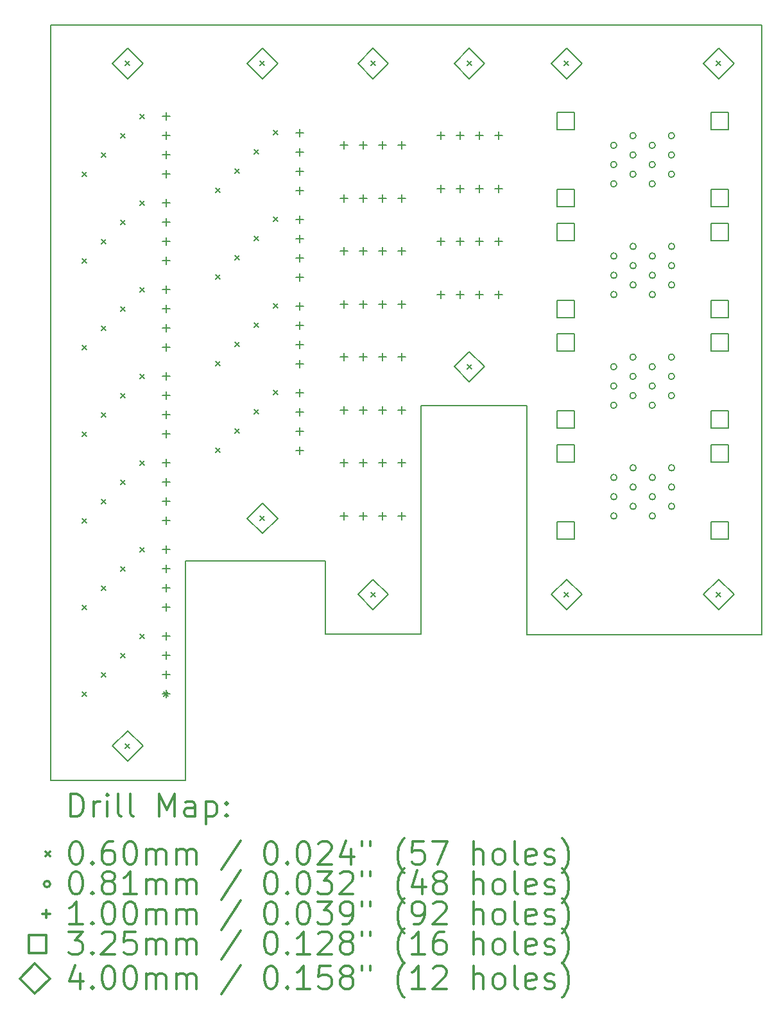
<source format=gbr>
%FSLAX45Y45*%
G04 Gerber Fmt 4.5, Leading zero omitted, Abs format (unit mm)*
G04 Created by KiCad (PCBNEW 4.0.5+dfsg1-4) date Tue Nov 20 18:09:06 2018*
%MOMM*%
%LPD*%
G01*
G04 APERTURE LIST*
%ADD10C,0.127000*%
%ADD11C,0.150000*%
%ADD12C,0.200000*%
%ADD13C,0.300000*%
G04 APERTURE END LIST*
D10*
D11*
X10414000Y-14668500D02*
X8636000Y-14668500D01*
X10414000Y-11766550D02*
X10414000Y-14668500D01*
X12261850Y-11766550D02*
X10414000Y-11766550D01*
X12261850Y-12731750D02*
X12261850Y-11766550D01*
X13525500Y-12731750D02*
X12261850Y-12731750D01*
X13525500Y-9721850D02*
X13525500Y-12731750D01*
X14922500Y-9721850D02*
X13525500Y-9721850D01*
X14922500Y-12744450D02*
X14922500Y-9721850D01*
X18021300Y-12744450D02*
X14922500Y-12744450D01*
X18021300Y-4699000D02*
X18021300Y-12744450D01*
X17970500Y-4699000D02*
X18021300Y-4699000D01*
X17970500Y-4699000D02*
X8636000Y-4699000D01*
X8636000Y-14668500D02*
X8636000Y-4699000D01*
D12*
X9050500Y-6637500D02*
X9110500Y-6697500D01*
X9110500Y-6637500D02*
X9050500Y-6697500D01*
X9050500Y-7780500D02*
X9110500Y-7840500D01*
X9110500Y-7780500D02*
X9050500Y-7840500D01*
X9050500Y-8923500D02*
X9110500Y-8983500D01*
X9110500Y-8923500D02*
X9050500Y-8983500D01*
X9050500Y-10066500D02*
X9110500Y-10126500D01*
X9110500Y-10066500D02*
X9050500Y-10126500D01*
X9050500Y-11209500D02*
X9110500Y-11269500D01*
X9110500Y-11209500D02*
X9050500Y-11269500D01*
X9050500Y-12352500D02*
X9110500Y-12412500D01*
X9110500Y-12352500D02*
X9050500Y-12412500D01*
X9050500Y-13495500D02*
X9110500Y-13555500D01*
X9110500Y-13495500D02*
X9050500Y-13555500D01*
X9304500Y-6383500D02*
X9364500Y-6443500D01*
X9364500Y-6383500D02*
X9304500Y-6443500D01*
X9304500Y-7526500D02*
X9364500Y-7586500D01*
X9364500Y-7526500D02*
X9304500Y-7586500D01*
X9304500Y-8669500D02*
X9364500Y-8729500D01*
X9364500Y-8669500D02*
X9304500Y-8729500D01*
X9304500Y-9812500D02*
X9364500Y-9872500D01*
X9364500Y-9812500D02*
X9304500Y-9872500D01*
X9304500Y-10955500D02*
X9364500Y-11015500D01*
X9364500Y-10955500D02*
X9304500Y-11015500D01*
X9304500Y-12098500D02*
X9364500Y-12158500D01*
X9364500Y-12098500D02*
X9304500Y-12158500D01*
X9304500Y-13241500D02*
X9364500Y-13301500D01*
X9364500Y-13241500D02*
X9304500Y-13301500D01*
X9558500Y-6129500D02*
X9618500Y-6189500D01*
X9618500Y-6129500D02*
X9558500Y-6189500D01*
X9558500Y-7272500D02*
X9618500Y-7332500D01*
X9618500Y-7272500D02*
X9558500Y-7332500D01*
X9558500Y-8415500D02*
X9618500Y-8475500D01*
X9618500Y-8415500D02*
X9558500Y-8475500D01*
X9558500Y-9558500D02*
X9618500Y-9618500D01*
X9618500Y-9558500D02*
X9558500Y-9618500D01*
X9558500Y-10701500D02*
X9618500Y-10761500D01*
X9618500Y-10701500D02*
X9558500Y-10761500D01*
X9558500Y-11844500D02*
X9618500Y-11904500D01*
X9618500Y-11844500D02*
X9558500Y-11904500D01*
X9558500Y-12987500D02*
X9618500Y-13047500D01*
X9618500Y-12987500D02*
X9558500Y-13047500D01*
X9622000Y-5177000D02*
X9682000Y-5237000D01*
X9682000Y-5177000D02*
X9622000Y-5237000D01*
X9622000Y-14181300D02*
X9682000Y-14241300D01*
X9682000Y-14181300D02*
X9622000Y-14241300D01*
X9812500Y-5875500D02*
X9872500Y-5935500D01*
X9872500Y-5875500D02*
X9812500Y-5935500D01*
X9812500Y-7018500D02*
X9872500Y-7078500D01*
X9872500Y-7018500D02*
X9812500Y-7078500D01*
X9812500Y-8161500D02*
X9872500Y-8221500D01*
X9872500Y-8161500D02*
X9812500Y-8221500D01*
X9812500Y-9304500D02*
X9872500Y-9364500D01*
X9872500Y-9304500D02*
X9812500Y-9364500D01*
X9812500Y-10447500D02*
X9872500Y-10507500D01*
X9872500Y-10447500D02*
X9812500Y-10507500D01*
X9812500Y-11590500D02*
X9872500Y-11650500D01*
X9872500Y-11590500D02*
X9812500Y-11650500D01*
X9812500Y-12733500D02*
X9872500Y-12793500D01*
X9872500Y-12733500D02*
X9812500Y-12793500D01*
X10130000Y-13495500D02*
X10190000Y-13555500D01*
X10190000Y-13495500D02*
X10130000Y-13555500D01*
X10815800Y-6853400D02*
X10875800Y-6913400D01*
X10875800Y-6853400D02*
X10815800Y-6913400D01*
X10815800Y-7996400D02*
X10875800Y-8056400D01*
X10875800Y-7996400D02*
X10815800Y-8056400D01*
X10815800Y-9139400D02*
X10875800Y-9199400D01*
X10875800Y-9139400D02*
X10815800Y-9199400D01*
X10815800Y-10282400D02*
X10875800Y-10342400D01*
X10875800Y-10282400D02*
X10815800Y-10342400D01*
X11069800Y-6599400D02*
X11129800Y-6659400D01*
X11129800Y-6599400D02*
X11069800Y-6659400D01*
X11069800Y-7742400D02*
X11129800Y-7802400D01*
X11129800Y-7742400D02*
X11069800Y-7802400D01*
X11069800Y-8885400D02*
X11129800Y-8945400D01*
X11129800Y-8885400D02*
X11069800Y-8945400D01*
X11069800Y-10028400D02*
X11129800Y-10088400D01*
X11129800Y-10028400D02*
X11069800Y-10088400D01*
X11323800Y-6345400D02*
X11383800Y-6405400D01*
X11383800Y-6345400D02*
X11323800Y-6405400D01*
X11323800Y-7488400D02*
X11383800Y-7548400D01*
X11383800Y-7488400D02*
X11323800Y-7548400D01*
X11323800Y-8631400D02*
X11383800Y-8691400D01*
X11383800Y-8631400D02*
X11323800Y-8691400D01*
X11323800Y-9774400D02*
X11383800Y-9834400D01*
X11383800Y-9774400D02*
X11323800Y-9834400D01*
X11400000Y-5177000D02*
X11460000Y-5237000D01*
X11460000Y-5177000D02*
X11400000Y-5237000D01*
X11400000Y-11177750D02*
X11460000Y-11237750D01*
X11460000Y-11177750D02*
X11400000Y-11237750D01*
X11577800Y-6091400D02*
X11637800Y-6151400D01*
X11637800Y-6091400D02*
X11577800Y-6151400D01*
X11577800Y-7234400D02*
X11637800Y-7294400D01*
X11637800Y-7234400D02*
X11577800Y-7294400D01*
X11577800Y-8377400D02*
X11637800Y-8437400D01*
X11637800Y-8377400D02*
X11577800Y-8437400D01*
X11577800Y-9520400D02*
X11637800Y-9580400D01*
X11637800Y-9520400D02*
X11577800Y-9580400D01*
X12860500Y-5177000D02*
X12920500Y-5237000D01*
X12920500Y-5177000D02*
X12860500Y-5237000D01*
X12860500Y-12181050D02*
X12920500Y-12241050D01*
X12920500Y-12181050D02*
X12860500Y-12241050D01*
X14130500Y-5177000D02*
X14190500Y-5237000D01*
X14190500Y-5177000D02*
X14130500Y-5237000D01*
X14130500Y-9177500D02*
X14190500Y-9237500D01*
X14190500Y-9177500D02*
X14130500Y-9237500D01*
X15413200Y-5177000D02*
X15473200Y-5237000D01*
X15473200Y-5177000D02*
X15413200Y-5237000D01*
X15413200Y-12181050D02*
X15473200Y-12241050D01*
X15473200Y-12181050D02*
X15413200Y-12241050D01*
X17419800Y-5177000D02*
X17479800Y-5237000D01*
X17479800Y-5177000D02*
X17419800Y-5237000D01*
X17419800Y-12181050D02*
X17479800Y-12241050D01*
X17479800Y-12181050D02*
X17419800Y-12241050D01*
X16106140Y-6286500D02*
G75*
G03X16106140Y-6286500I-40640J0D01*
G01*
X16106140Y-6540500D02*
G75*
G03X16106140Y-6540500I-40640J0D01*
G01*
X16106140Y-6794500D02*
G75*
G03X16106140Y-6794500I-40640J0D01*
G01*
X16106140Y-7747000D02*
G75*
G03X16106140Y-7747000I-40640J0D01*
G01*
X16106140Y-8001000D02*
G75*
G03X16106140Y-8001000I-40640J0D01*
G01*
X16106140Y-8255000D02*
G75*
G03X16106140Y-8255000I-40640J0D01*
G01*
X16106140Y-9207500D02*
G75*
G03X16106140Y-9207500I-40640J0D01*
G01*
X16106140Y-9461500D02*
G75*
G03X16106140Y-9461500I-40640J0D01*
G01*
X16106140Y-9715500D02*
G75*
G03X16106140Y-9715500I-40640J0D01*
G01*
X16106140Y-10668000D02*
G75*
G03X16106140Y-10668000I-40640J0D01*
G01*
X16106140Y-10922000D02*
G75*
G03X16106140Y-10922000I-40640J0D01*
G01*
X16106140Y-11176000D02*
G75*
G03X16106140Y-11176000I-40640J0D01*
G01*
X16360140Y-6159500D02*
G75*
G03X16360140Y-6159500I-40640J0D01*
G01*
X16360140Y-6413500D02*
G75*
G03X16360140Y-6413500I-40640J0D01*
G01*
X16360140Y-6667500D02*
G75*
G03X16360140Y-6667500I-40640J0D01*
G01*
X16360140Y-7620000D02*
G75*
G03X16360140Y-7620000I-40640J0D01*
G01*
X16360140Y-7874000D02*
G75*
G03X16360140Y-7874000I-40640J0D01*
G01*
X16360140Y-8128000D02*
G75*
G03X16360140Y-8128000I-40640J0D01*
G01*
X16360140Y-9080500D02*
G75*
G03X16360140Y-9080500I-40640J0D01*
G01*
X16360140Y-9334500D02*
G75*
G03X16360140Y-9334500I-40640J0D01*
G01*
X16360140Y-9588500D02*
G75*
G03X16360140Y-9588500I-40640J0D01*
G01*
X16360140Y-10541000D02*
G75*
G03X16360140Y-10541000I-40640J0D01*
G01*
X16360140Y-10795000D02*
G75*
G03X16360140Y-10795000I-40640J0D01*
G01*
X16360140Y-11049000D02*
G75*
G03X16360140Y-11049000I-40640J0D01*
G01*
X16614140Y-6286500D02*
G75*
G03X16614140Y-6286500I-40640J0D01*
G01*
X16614140Y-6540500D02*
G75*
G03X16614140Y-6540500I-40640J0D01*
G01*
X16614140Y-6794500D02*
G75*
G03X16614140Y-6794500I-40640J0D01*
G01*
X16614140Y-7747000D02*
G75*
G03X16614140Y-7747000I-40640J0D01*
G01*
X16614140Y-8001000D02*
G75*
G03X16614140Y-8001000I-40640J0D01*
G01*
X16614140Y-8255000D02*
G75*
G03X16614140Y-8255000I-40640J0D01*
G01*
X16614140Y-9207500D02*
G75*
G03X16614140Y-9207500I-40640J0D01*
G01*
X16614140Y-9461500D02*
G75*
G03X16614140Y-9461500I-40640J0D01*
G01*
X16614140Y-9715500D02*
G75*
G03X16614140Y-9715500I-40640J0D01*
G01*
X16614140Y-10668000D02*
G75*
G03X16614140Y-10668000I-40640J0D01*
G01*
X16614140Y-10922000D02*
G75*
G03X16614140Y-10922000I-40640J0D01*
G01*
X16614140Y-11176000D02*
G75*
G03X16614140Y-11176000I-40640J0D01*
G01*
X16868140Y-6159500D02*
G75*
G03X16868140Y-6159500I-40640J0D01*
G01*
X16868140Y-6413500D02*
G75*
G03X16868140Y-6413500I-40640J0D01*
G01*
X16868140Y-6667500D02*
G75*
G03X16868140Y-6667500I-40640J0D01*
G01*
X16868140Y-7620000D02*
G75*
G03X16868140Y-7620000I-40640J0D01*
G01*
X16868140Y-7874000D02*
G75*
G03X16868140Y-7874000I-40640J0D01*
G01*
X16868140Y-8128000D02*
G75*
G03X16868140Y-8128000I-40640J0D01*
G01*
X16868140Y-9080500D02*
G75*
G03X16868140Y-9080500I-40640J0D01*
G01*
X16868140Y-9334500D02*
G75*
G03X16868140Y-9334500I-40640J0D01*
G01*
X16868140Y-9588500D02*
G75*
G03X16868140Y-9588500I-40640J0D01*
G01*
X16868140Y-10541000D02*
G75*
G03X16868140Y-10541000I-40640J0D01*
G01*
X16868140Y-10795000D02*
G75*
G03X16868140Y-10795000I-40640J0D01*
G01*
X16868140Y-11049000D02*
G75*
G03X16868140Y-11049000I-40640J0D01*
G01*
X10160000Y-5855462D02*
X10160000Y-5955538D01*
X10109962Y-5905500D02*
X10210038Y-5905500D01*
X10160000Y-6109462D02*
X10160000Y-6209538D01*
X10109962Y-6159500D02*
X10210038Y-6159500D01*
X10160000Y-6363462D02*
X10160000Y-6463538D01*
X10109962Y-6413500D02*
X10210038Y-6413500D01*
X10160000Y-6617462D02*
X10160000Y-6717538D01*
X10109962Y-6667500D02*
X10210038Y-6667500D01*
X10160000Y-6998462D02*
X10160000Y-7098538D01*
X10109962Y-7048500D02*
X10210038Y-7048500D01*
X10160000Y-7252462D02*
X10160000Y-7352538D01*
X10109962Y-7302500D02*
X10210038Y-7302500D01*
X10160000Y-7506462D02*
X10160000Y-7606538D01*
X10109962Y-7556500D02*
X10210038Y-7556500D01*
X10160000Y-7760462D02*
X10160000Y-7860538D01*
X10109962Y-7810500D02*
X10210038Y-7810500D01*
X10160000Y-8141462D02*
X10160000Y-8241538D01*
X10109962Y-8191500D02*
X10210038Y-8191500D01*
X10160000Y-8395462D02*
X10160000Y-8495538D01*
X10109962Y-8445500D02*
X10210038Y-8445500D01*
X10160000Y-8649462D02*
X10160000Y-8749538D01*
X10109962Y-8699500D02*
X10210038Y-8699500D01*
X10160000Y-8903462D02*
X10160000Y-9003538D01*
X10109962Y-8953500D02*
X10210038Y-8953500D01*
X10160000Y-9284462D02*
X10160000Y-9384538D01*
X10109962Y-9334500D02*
X10210038Y-9334500D01*
X10160000Y-9538462D02*
X10160000Y-9638538D01*
X10109962Y-9588500D02*
X10210038Y-9588500D01*
X10160000Y-9792462D02*
X10160000Y-9892538D01*
X10109962Y-9842500D02*
X10210038Y-9842500D01*
X10160000Y-10046462D02*
X10160000Y-10146538D01*
X10109962Y-10096500D02*
X10210038Y-10096500D01*
X10160000Y-10427462D02*
X10160000Y-10527538D01*
X10109962Y-10477500D02*
X10210038Y-10477500D01*
X10160000Y-10681462D02*
X10160000Y-10781538D01*
X10109962Y-10731500D02*
X10210038Y-10731500D01*
X10160000Y-10935462D02*
X10160000Y-11035538D01*
X10109962Y-10985500D02*
X10210038Y-10985500D01*
X10160000Y-11189462D02*
X10160000Y-11289538D01*
X10109962Y-11239500D02*
X10210038Y-11239500D01*
X10160000Y-11570462D02*
X10160000Y-11670538D01*
X10109962Y-11620500D02*
X10210038Y-11620500D01*
X10160000Y-11824462D02*
X10160000Y-11924538D01*
X10109962Y-11874500D02*
X10210038Y-11874500D01*
X10160000Y-12078462D02*
X10160000Y-12178538D01*
X10109962Y-12128500D02*
X10210038Y-12128500D01*
X10160000Y-12332462D02*
X10160000Y-12432538D01*
X10109962Y-12382500D02*
X10210038Y-12382500D01*
X10160000Y-12713462D02*
X10160000Y-12813538D01*
X10109962Y-12763500D02*
X10210038Y-12763500D01*
X10160000Y-12967462D02*
X10160000Y-13067538D01*
X10109962Y-13017500D02*
X10210038Y-13017500D01*
X10160000Y-13221462D02*
X10160000Y-13321538D01*
X10109962Y-13271500D02*
X10210038Y-13271500D01*
X10160000Y-13475462D02*
X10160000Y-13575538D01*
X10109962Y-13525500D02*
X10210038Y-13525500D01*
X11925300Y-6071362D02*
X11925300Y-6171438D01*
X11875262Y-6121400D02*
X11975338Y-6121400D01*
X11925300Y-6325362D02*
X11925300Y-6425438D01*
X11875262Y-6375400D02*
X11975338Y-6375400D01*
X11925300Y-6579362D02*
X11925300Y-6679438D01*
X11875262Y-6629400D02*
X11975338Y-6629400D01*
X11925300Y-6833362D02*
X11925300Y-6933438D01*
X11875262Y-6883400D02*
X11975338Y-6883400D01*
X11925300Y-7214362D02*
X11925300Y-7314438D01*
X11875262Y-7264400D02*
X11975338Y-7264400D01*
X11925300Y-7468362D02*
X11925300Y-7568438D01*
X11875262Y-7518400D02*
X11975338Y-7518400D01*
X11925300Y-7722362D02*
X11925300Y-7822438D01*
X11875262Y-7772400D02*
X11975338Y-7772400D01*
X11925300Y-7976362D02*
X11925300Y-8076438D01*
X11875262Y-8026400D02*
X11975338Y-8026400D01*
X11925300Y-8357362D02*
X11925300Y-8457438D01*
X11875262Y-8407400D02*
X11975338Y-8407400D01*
X11925300Y-8611362D02*
X11925300Y-8711438D01*
X11875262Y-8661400D02*
X11975338Y-8661400D01*
X11925300Y-8865362D02*
X11925300Y-8965438D01*
X11875262Y-8915400D02*
X11975338Y-8915400D01*
X11925300Y-9119362D02*
X11925300Y-9219438D01*
X11875262Y-9169400D02*
X11975338Y-9169400D01*
X11925300Y-9500362D02*
X11925300Y-9600438D01*
X11875262Y-9550400D02*
X11975338Y-9550400D01*
X11925300Y-9754362D02*
X11925300Y-9854438D01*
X11875262Y-9804400D02*
X11975338Y-9804400D01*
X11925300Y-10008362D02*
X11925300Y-10108438D01*
X11875262Y-10058400D02*
X11975338Y-10058400D01*
X11925300Y-10262362D02*
X11925300Y-10362438D01*
X11875262Y-10312400D02*
X11975338Y-10312400D01*
X12503150Y-6236462D02*
X12503150Y-6336538D01*
X12453112Y-6286500D02*
X12553188Y-6286500D01*
X12503150Y-6934962D02*
X12503150Y-7035038D01*
X12453112Y-6985000D02*
X12553188Y-6985000D01*
X12503150Y-7633462D02*
X12503150Y-7733538D01*
X12453112Y-7683500D02*
X12553188Y-7683500D01*
X12503150Y-8331962D02*
X12503150Y-8432038D01*
X12453112Y-8382000D02*
X12553188Y-8382000D01*
X12503150Y-9030462D02*
X12503150Y-9130538D01*
X12453112Y-9080500D02*
X12553188Y-9080500D01*
X12503150Y-9728962D02*
X12503150Y-9829038D01*
X12453112Y-9779000D02*
X12553188Y-9779000D01*
X12503150Y-10427462D02*
X12503150Y-10527538D01*
X12453112Y-10477500D02*
X12553188Y-10477500D01*
X12503150Y-11125962D02*
X12503150Y-11226038D01*
X12453112Y-11176000D02*
X12553188Y-11176000D01*
X12757150Y-6236462D02*
X12757150Y-6336538D01*
X12707112Y-6286500D02*
X12807188Y-6286500D01*
X12757150Y-6934962D02*
X12757150Y-7035038D01*
X12707112Y-6985000D02*
X12807188Y-6985000D01*
X12757150Y-7633462D02*
X12757150Y-7733538D01*
X12707112Y-7683500D02*
X12807188Y-7683500D01*
X12757150Y-8331962D02*
X12757150Y-8432038D01*
X12707112Y-8382000D02*
X12807188Y-8382000D01*
X12757150Y-9030462D02*
X12757150Y-9130538D01*
X12707112Y-9080500D02*
X12807188Y-9080500D01*
X12757150Y-9728962D02*
X12757150Y-9829038D01*
X12707112Y-9779000D02*
X12807188Y-9779000D01*
X12757150Y-10427462D02*
X12757150Y-10527538D01*
X12707112Y-10477500D02*
X12807188Y-10477500D01*
X12757150Y-11125962D02*
X12757150Y-11226038D01*
X12707112Y-11176000D02*
X12807188Y-11176000D01*
X13011150Y-6236462D02*
X13011150Y-6336538D01*
X12961112Y-6286500D02*
X13061188Y-6286500D01*
X13011150Y-6934962D02*
X13011150Y-7035038D01*
X12961112Y-6985000D02*
X13061188Y-6985000D01*
X13011150Y-7633462D02*
X13011150Y-7733538D01*
X12961112Y-7683500D02*
X13061188Y-7683500D01*
X13011150Y-8331962D02*
X13011150Y-8432038D01*
X12961112Y-8382000D02*
X13061188Y-8382000D01*
X13011150Y-9030462D02*
X13011150Y-9130538D01*
X12961112Y-9080500D02*
X13061188Y-9080500D01*
X13011150Y-9728962D02*
X13011150Y-9829038D01*
X12961112Y-9779000D02*
X13061188Y-9779000D01*
X13011150Y-10427462D02*
X13011150Y-10527538D01*
X12961112Y-10477500D02*
X13061188Y-10477500D01*
X13011150Y-11125962D02*
X13011150Y-11226038D01*
X12961112Y-11176000D02*
X13061188Y-11176000D01*
X13265150Y-6236462D02*
X13265150Y-6336538D01*
X13215112Y-6286500D02*
X13315188Y-6286500D01*
X13265150Y-6934962D02*
X13265150Y-7035038D01*
X13215112Y-6985000D02*
X13315188Y-6985000D01*
X13265150Y-7633462D02*
X13265150Y-7733538D01*
X13215112Y-7683500D02*
X13315188Y-7683500D01*
X13265150Y-8331962D02*
X13265150Y-8432038D01*
X13215112Y-8382000D02*
X13315188Y-8382000D01*
X13265150Y-9030462D02*
X13265150Y-9130538D01*
X13215112Y-9080500D02*
X13315188Y-9080500D01*
X13265150Y-9728962D02*
X13265150Y-9829038D01*
X13215112Y-9779000D02*
X13315188Y-9779000D01*
X13265150Y-10427462D02*
X13265150Y-10527538D01*
X13215112Y-10477500D02*
X13315188Y-10477500D01*
X13265150Y-11125962D02*
X13265150Y-11226038D01*
X13215112Y-11176000D02*
X13315188Y-11176000D01*
X13785850Y-6109462D02*
X13785850Y-6209538D01*
X13735812Y-6159500D02*
X13835888Y-6159500D01*
X13785850Y-6807962D02*
X13785850Y-6908038D01*
X13735812Y-6858000D02*
X13835888Y-6858000D01*
X13785850Y-7506462D02*
X13785850Y-7606538D01*
X13735812Y-7556500D02*
X13835888Y-7556500D01*
X13785850Y-8204962D02*
X13785850Y-8305038D01*
X13735812Y-8255000D02*
X13835888Y-8255000D01*
X14039850Y-6109462D02*
X14039850Y-6209538D01*
X13989812Y-6159500D02*
X14089888Y-6159500D01*
X14039850Y-6807962D02*
X14039850Y-6908038D01*
X13989812Y-6858000D02*
X14089888Y-6858000D01*
X14039850Y-7506462D02*
X14039850Y-7606538D01*
X13989812Y-7556500D02*
X14089888Y-7556500D01*
X14039850Y-8204962D02*
X14039850Y-8305038D01*
X13989812Y-8255000D02*
X14089888Y-8255000D01*
X14293850Y-6109462D02*
X14293850Y-6209538D01*
X14243812Y-6159500D02*
X14343888Y-6159500D01*
X14293850Y-6807962D02*
X14293850Y-6908038D01*
X14243812Y-6858000D02*
X14343888Y-6858000D01*
X14293850Y-7506462D02*
X14293850Y-7606538D01*
X14243812Y-7556500D02*
X14343888Y-7556500D01*
X14293850Y-8204962D02*
X14293850Y-8305038D01*
X14243812Y-8255000D02*
X14343888Y-8255000D01*
X14547850Y-6109462D02*
X14547850Y-6209538D01*
X14497812Y-6159500D02*
X14597888Y-6159500D01*
X14547850Y-6807962D02*
X14547850Y-6908038D01*
X14497812Y-6858000D02*
X14597888Y-6858000D01*
X14547850Y-7506462D02*
X14547850Y-7606538D01*
X14497812Y-7556500D02*
X14597888Y-7556500D01*
X14547850Y-8204962D02*
X14547850Y-8305038D01*
X14497812Y-8255000D02*
X14597888Y-8255000D01*
X15545448Y-6083948D02*
X15545448Y-5854052D01*
X15315552Y-5854052D01*
X15315552Y-6083948D01*
X15545448Y-6083948D01*
X15545448Y-7099948D02*
X15545448Y-6870052D01*
X15315552Y-6870052D01*
X15315552Y-7099948D01*
X15545448Y-7099948D01*
X15545448Y-7544448D02*
X15545448Y-7314552D01*
X15315552Y-7314552D01*
X15315552Y-7544448D01*
X15545448Y-7544448D01*
X15545448Y-8560448D02*
X15545448Y-8330552D01*
X15315552Y-8330552D01*
X15315552Y-8560448D01*
X15545448Y-8560448D01*
X15545448Y-9004948D02*
X15545448Y-8775052D01*
X15315552Y-8775052D01*
X15315552Y-9004948D01*
X15545448Y-9004948D01*
X15545448Y-10020948D02*
X15545448Y-9791052D01*
X15315552Y-9791052D01*
X15315552Y-10020948D01*
X15545448Y-10020948D01*
X15545448Y-10465448D02*
X15545448Y-10235552D01*
X15315552Y-10235552D01*
X15315552Y-10465448D01*
X15545448Y-10465448D01*
X15545448Y-11481448D02*
X15545448Y-11251552D01*
X15315552Y-11251552D01*
X15315552Y-11481448D01*
X15545448Y-11481448D01*
X17577448Y-6083948D02*
X17577448Y-5854052D01*
X17347552Y-5854052D01*
X17347552Y-6083948D01*
X17577448Y-6083948D01*
X17577448Y-7099948D02*
X17577448Y-6870052D01*
X17347552Y-6870052D01*
X17347552Y-7099948D01*
X17577448Y-7099948D01*
X17577448Y-7544448D02*
X17577448Y-7314552D01*
X17347552Y-7314552D01*
X17347552Y-7544448D01*
X17577448Y-7544448D01*
X17577448Y-8560448D02*
X17577448Y-8330552D01*
X17347552Y-8330552D01*
X17347552Y-8560448D01*
X17577448Y-8560448D01*
X17577448Y-9004948D02*
X17577448Y-8775052D01*
X17347552Y-8775052D01*
X17347552Y-9004948D01*
X17577448Y-9004948D01*
X17577448Y-10020948D02*
X17577448Y-9791052D01*
X17347552Y-9791052D01*
X17347552Y-10020948D01*
X17577448Y-10020948D01*
X17577448Y-10465448D02*
X17577448Y-10235552D01*
X17347552Y-10235552D01*
X17347552Y-10465448D01*
X17577448Y-10465448D01*
X17577448Y-11481448D02*
X17577448Y-11251552D01*
X17347552Y-11251552D01*
X17347552Y-11481448D01*
X17577448Y-11481448D01*
X9652000Y-5407025D02*
X9852025Y-5207000D01*
X9652000Y-5006975D01*
X9451975Y-5207000D01*
X9652000Y-5407025D01*
X9652000Y-14411325D02*
X9852025Y-14211300D01*
X9652000Y-14011275D01*
X9451975Y-14211300D01*
X9652000Y-14411325D01*
X11430000Y-5407025D02*
X11630025Y-5207000D01*
X11430000Y-5006975D01*
X11229975Y-5207000D01*
X11430000Y-5407025D01*
X11430000Y-11407775D02*
X11630025Y-11207750D01*
X11430000Y-11007725D01*
X11229975Y-11207750D01*
X11430000Y-11407775D01*
X12890500Y-5407025D02*
X13090525Y-5207000D01*
X12890500Y-5006975D01*
X12690475Y-5207000D01*
X12890500Y-5407025D01*
X12890500Y-12411075D02*
X13090525Y-12211050D01*
X12890500Y-12011025D01*
X12690475Y-12211050D01*
X12890500Y-12411075D01*
X14160500Y-5407025D02*
X14360525Y-5207000D01*
X14160500Y-5006975D01*
X13960475Y-5207000D01*
X14160500Y-5407025D01*
X14160500Y-9407525D02*
X14360525Y-9207500D01*
X14160500Y-9007475D01*
X13960475Y-9207500D01*
X14160500Y-9407525D01*
X15443200Y-5407025D02*
X15643225Y-5207000D01*
X15443200Y-5006975D01*
X15243175Y-5207000D01*
X15443200Y-5407025D01*
X15443200Y-12411075D02*
X15643225Y-12211050D01*
X15443200Y-12011025D01*
X15243175Y-12211050D01*
X15443200Y-12411075D01*
X17449800Y-5407025D02*
X17649825Y-5207000D01*
X17449800Y-5006975D01*
X17249775Y-5207000D01*
X17449800Y-5407025D01*
X17449800Y-12411075D02*
X17649825Y-12211050D01*
X17449800Y-12011025D01*
X17249775Y-12211050D01*
X17449800Y-12411075D01*
D13*
X8899929Y-15141714D02*
X8899929Y-14841714D01*
X8971357Y-14841714D01*
X9014214Y-14856000D01*
X9042786Y-14884571D01*
X9057071Y-14913143D01*
X9071357Y-14970286D01*
X9071357Y-15013143D01*
X9057071Y-15070286D01*
X9042786Y-15098857D01*
X9014214Y-15127429D01*
X8971357Y-15141714D01*
X8899929Y-15141714D01*
X9199929Y-15141714D02*
X9199929Y-14941714D01*
X9199929Y-14998857D02*
X9214214Y-14970286D01*
X9228500Y-14956000D01*
X9257071Y-14941714D01*
X9285643Y-14941714D01*
X9385643Y-15141714D02*
X9385643Y-14941714D01*
X9385643Y-14841714D02*
X9371357Y-14856000D01*
X9385643Y-14870286D01*
X9399929Y-14856000D01*
X9385643Y-14841714D01*
X9385643Y-14870286D01*
X9571357Y-15141714D02*
X9542786Y-15127429D01*
X9528500Y-15098857D01*
X9528500Y-14841714D01*
X9728500Y-15141714D02*
X9699929Y-15127429D01*
X9685643Y-15098857D01*
X9685643Y-14841714D01*
X10071357Y-15141714D02*
X10071357Y-14841714D01*
X10171357Y-15056000D01*
X10271357Y-14841714D01*
X10271357Y-15141714D01*
X10542786Y-15141714D02*
X10542786Y-14984571D01*
X10528500Y-14956000D01*
X10499929Y-14941714D01*
X10442786Y-14941714D01*
X10414214Y-14956000D01*
X10542786Y-15127429D02*
X10514214Y-15141714D01*
X10442786Y-15141714D01*
X10414214Y-15127429D01*
X10399929Y-15098857D01*
X10399929Y-15070286D01*
X10414214Y-15041714D01*
X10442786Y-15027429D01*
X10514214Y-15027429D01*
X10542786Y-15013143D01*
X10685643Y-14941714D02*
X10685643Y-15241714D01*
X10685643Y-14956000D02*
X10714214Y-14941714D01*
X10771357Y-14941714D01*
X10799929Y-14956000D01*
X10814214Y-14970286D01*
X10828500Y-14998857D01*
X10828500Y-15084571D01*
X10814214Y-15113143D01*
X10799929Y-15127429D01*
X10771357Y-15141714D01*
X10714214Y-15141714D01*
X10685643Y-15127429D01*
X10957071Y-15113143D02*
X10971357Y-15127429D01*
X10957071Y-15141714D01*
X10942786Y-15127429D01*
X10957071Y-15113143D01*
X10957071Y-15141714D01*
X10957071Y-14956000D02*
X10971357Y-14970286D01*
X10957071Y-14984571D01*
X10942786Y-14970286D01*
X10957071Y-14956000D01*
X10957071Y-14984571D01*
X8568500Y-15606000D02*
X8628500Y-15666000D01*
X8628500Y-15606000D02*
X8568500Y-15666000D01*
X8957071Y-15471714D02*
X8985643Y-15471714D01*
X9014214Y-15486000D01*
X9028500Y-15500286D01*
X9042786Y-15528857D01*
X9057071Y-15586000D01*
X9057071Y-15657429D01*
X9042786Y-15714571D01*
X9028500Y-15743143D01*
X9014214Y-15757429D01*
X8985643Y-15771714D01*
X8957071Y-15771714D01*
X8928500Y-15757429D01*
X8914214Y-15743143D01*
X8899929Y-15714571D01*
X8885643Y-15657429D01*
X8885643Y-15586000D01*
X8899929Y-15528857D01*
X8914214Y-15500286D01*
X8928500Y-15486000D01*
X8957071Y-15471714D01*
X9185643Y-15743143D02*
X9199929Y-15757429D01*
X9185643Y-15771714D01*
X9171357Y-15757429D01*
X9185643Y-15743143D01*
X9185643Y-15771714D01*
X9457071Y-15471714D02*
X9399928Y-15471714D01*
X9371357Y-15486000D01*
X9357071Y-15500286D01*
X9328500Y-15543143D01*
X9314214Y-15600286D01*
X9314214Y-15714571D01*
X9328500Y-15743143D01*
X9342786Y-15757429D01*
X9371357Y-15771714D01*
X9428500Y-15771714D01*
X9457071Y-15757429D01*
X9471357Y-15743143D01*
X9485643Y-15714571D01*
X9485643Y-15643143D01*
X9471357Y-15614571D01*
X9457071Y-15600286D01*
X9428500Y-15586000D01*
X9371357Y-15586000D01*
X9342786Y-15600286D01*
X9328500Y-15614571D01*
X9314214Y-15643143D01*
X9671357Y-15471714D02*
X9699929Y-15471714D01*
X9728500Y-15486000D01*
X9742786Y-15500286D01*
X9757071Y-15528857D01*
X9771357Y-15586000D01*
X9771357Y-15657429D01*
X9757071Y-15714571D01*
X9742786Y-15743143D01*
X9728500Y-15757429D01*
X9699929Y-15771714D01*
X9671357Y-15771714D01*
X9642786Y-15757429D01*
X9628500Y-15743143D01*
X9614214Y-15714571D01*
X9599929Y-15657429D01*
X9599929Y-15586000D01*
X9614214Y-15528857D01*
X9628500Y-15500286D01*
X9642786Y-15486000D01*
X9671357Y-15471714D01*
X9899929Y-15771714D02*
X9899929Y-15571714D01*
X9899929Y-15600286D02*
X9914214Y-15586000D01*
X9942786Y-15571714D01*
X9985643Y-15571714D01*
X10014214Y-15586000D01*
X10028500Y-15614571D01*
X10028500Y-15771714D01*
X10028500Y-15614571D02*
X10042786Y-15586000D01*
X10071357Y-15571714D01*
X10114214Y-15571714D01*
X10142786Y-15586000D01*
X10157071Y-15614571D01*
X10157071Y-15771714D01*
X10299929Y-15771714D02*
X10299929Y-15571714D01*
X10299929Y-15600286D02*
X10314214Y-15586000D01*
X10342786Y-15571714D01*
X10385643Y-15571714D01*
X10414214Y-15586000D01*
X10428500Y-15614571D01*
X10428500Y-15771714D01*
X10428500Y-15614571D02*
X10442786Y-15586000D01*
X10471357Y-15571714D01*
X10514214Y-15571714D01*
X10542786Y-15586000D01*
X10557071Y-15614571D01*
X10557071Y-15771714D01*
X11142786Y-15457429D02*
X10885643Y-15843143D01*
X11528500Y-15471714D02*
X11557071Y-15471714D01*
X11585643Y-15486000D01*
X11599928Y-15500286D01*
X11614214Y-15528857D01*
X11628500Y-15586000D01*
X11628500Y-15657429D01*
X11614214Y-15714571D01*
X11599928Y-15743143D01*
X11585643Y-15757429D01*
X11557071Y-15771714D01*
X11528500Y-15771714D01*
X11499928Y-15757429D01*
X11485643Y-15743143D01*
X11471357Y-15714571D01*
X11457071Y-15657429D01*
X11457071Y-15586000D01*
X11471357Y-15528857D01*
X11485643Y-15500286D01*
X11499928Y-15486000D01*
X11528500Y-15471714D01*
X11757071Y-15743143D02*
X11771357Y-15757429D01*
X11757071Y-15771714D01*
X11742786Y-15757429D01*
X11757071Y-15743143D01*
X11757071Y-15771714D01*
X11957071Y-15471714D02*
X11985643Y-15471714D01*
X12014214Y-15486000D01*
X12028500Y-15500286D01*
X12042785Y-15528857D01*
X12057071Y-15586000D01*
X12057071Y-15657429D01*
X12042785Y-15714571D01*
X12028500Y-15743143D01*
X12014214Y-15757429D01*
X11985643Y-15771714D01*
X11957071Y-15771714D01*
X11928500Y-15757429D01*
X11914214Y-15743143D01*
X11899928Y-15714571D01*
X11885643Y-15657429D01*
X11885643Y-15586000D01*
X11899928Y-15528857D01*
X11914214Y-15500286D01*
X11928500Y-15486000D01*
X11957071Y-15471714D01*
X12171357Y-15500286D02*
X12185643Y-15486000D01*
X12214214Y-15471714D01*
X12285643Y-15471714D01*
X12314214Y-15486000D01*
X12328500Y-15500286D01*
X12342785Y-15528857D01*
X12342785Y-15557429D01*
X12328500Y-15600286D01*
X12157071Y-15771714D01*
X12342785Y-15771714D01*
X12599928Y-15571714D02*
X12599928Y-15771714D01*
X12528500Y-15457429D02*
X12457071Y-15671714D01*
X12642785Y-15671714D01*
X12742786Y-15471714D02*
X12742786Y-15528857D01*
X12857071Y-15471714D02*
X12857071Y-15528857D01*
X13299928Y-15886000D02*
X13285643Y-15871714D01*
X13257071Y-15828857D01*
X13242785Y-15800286D01*
X13228500Y-15757429D01*
X13214214Y-15686000D01*
X13214214Y-15628857D01*
X13228500Y-15557429D01*
X13242785Y-15514571D01*
X13257071Y-15486000D01*
X13285643Y-15443143D01*
X13299928Y-15428857D01*
X13557071Y-15471714D02*
X13414214Y-15471714D01*
X13399928Y-15614571D01*
X13414214Y-15600286D01*
X13442785Y-15586000D01*
X13514214Y-15586000D01*
X13542785Y-15600286D01*
X13557071Y-15614571D01*
X13571357Y-15643143D01*
X13571357Y-15714571D01*
X13557071Y-15743143D01*
X13542785Y-15757429D01*
X13514214Y-15771714D01*
X13442785Y-15771714D01*
X13414214Y-15757429D01*
X13399928Y-15743143D01*
X13671357Y-15471714D02*
X13871357Y-15471714D01*
X13742785Y-15771714D01*
X14214214Y-15771714D02*
X14214214Y-15471714D01*
X14342785Y-15771714D02*
X14342785Y-15614571D01*
X14328500Y-15586000D01*
X14299928Y-15571714D01*
X14257071Y-15571714D01*
X14228500Y-15586000D01*
X14214214Y-15600286D01*
X14528500Y-15771714D02*
X14499928Y-15757429D01*
X14485643Y-15743143D01*
X14471357Y-15714571D01*
X14471357Y-15628857D01*
X14485643Y-15600286D01*
X14499928Y-15586000D01*
X14528500Y-15571714D01*
X14571357Y-15571714D01*
X14599928Y-15586000D01*
X14614214Y-15600286D01*
X14628500Y-15628857D01*
X14628500Y-15714571D01*
X14614214Y-15743143D01*
X14599928Y-15757429D01*
X14571357Y-15771714D01*
X14528500Y-15771714D01*
X14799928Y-15771714D02*
X14771357Y-15757429D01*
X14757071Y-15728857D01*
X14757071Y-15471714D01*
X15028500Y-15757429D02*
X14999928Y-15771714D01*
X14942786Y-15771714D01*
X14914214Y-15757429D01*
X14899928Y-15728857D01*
X14899928Y-15614571D01*
X14914214Y-15586000D01*
X14942786Y-15571714D01*
X14999928Y-15571714D01*
X15028500Y-15586000D01*
X15042786Y-15614571D01*
X15042786Y-15643143D01*
X14899928Y-15671714D01*
X15157071Y-15757429D02*
X15185643Y-15771714D01*
X15242786Y-15771714D01*
X15271357Y-15757429D01*
X15285643Y-15728857D01*
X15285643Y-15714571D01*
X15271357Y-15686000D01*
X15242786Y-15671714D01*
X15199928Y-15671714D01*
X15171357Y-15657429D01*
X15157071Y-15628857D01*
X15157071Y-15614571D01*
X15171357Y-15586000D01*
X15199928Y-15571714D01*
X15242786Y-15571714D01*
X15271357Y-15586000D01*
X15385643Y-15886000D02*
X15399928Y-15871714D01*
X15428500Y-15828857D01*
X15442786Y-15800286D01*
X15457071Y-15757429D01*
X15471357Y-15686000D01*
X15471357Y-15628857D01*
X15457071Y-15557429D01*
X15442786Y-15514571D01*
X15428500Y-15486000D01*
X15399928Y-15443143D01*
X15385643Y-15428857D01*
X8628500Y-16032000D02*
G75*
G03X8628500Y-16032000I-40640J0D01*
G01*
X8957071Y-15867714D02*
X8985643Y-15867714D01*
X9014214Y-15882000D01*
X9028500Y-15896286D01*
X9042786Y-15924857D01*
X9057071Y-15982000D01*
X9057071Y-16053429D01*
X9042786Y-16110571D01*
X9028500Y-16139143D01*
X9014214Y-16153429D01*
X8985643Y-16167714D01*
X8957071Y-16167714D01*
X8928500Y-16153429D01*
X8914214Y-16139143D01*
X8899929Y-16110571D01*
X8885643Y-16053429D01*
X8885643Y-15982000D01*
X8899929Y-15924857D01*
X8914214Y-15896286D01*
X8928500Y-15882000D01*
X8957071Y-15867714D01*
X9185643Y-16139143D02*
X9199929Y-16153429D01*
X9185643Y-16167714D01*
X9171357Y-16153429D01*
X9185643Y-16139143D01*
X9185643Y-16167714D01*
X9371357Y-15996286D02*
X9342786Y-15982000D01*
X9328500Y-15967714D01*
X9314214Y-15939143D01*
X9314214Y-15924857D01*
X9328500Y-15896286D01*
X9342786Y-15882000D01*
X9371357Y-15867714D01*
X9428500Y-15867714D01*
X9457071Y-15882000D01*
X9471357Y-15896286D01*
X9485643Y-15924857D01*
X9485643Y-15939143D01*
X9471357Y-15967714D01*
X9457071Y-15982000D01*
X9428500Y-15996286D01*
X9371357Y-15996286D01*
X9342786Y-16010571D01*
X9328500Y-16024857D01*
X9314214Y-16053429D01*
X9314214Y-16110571D01*
X9328500Y-16139143D01*
X9342786Y-16153429D01*
X9371357Y-16167714D01*
X9428500Y-16167714D01*
X9457071Y-16153429D01*
X9471357Y-16139143D01*
X9485643Y-16110571D01*
X9485643Y-16053429D01*
X9471357Y-16024857D01*
X9457071Y-16010571D01*
X9428500Y-15996286D01*
X9771357Y-16167714D02*
X9599929Y-16167714D01*
X9685643Y-16167714D02*
X9685643Y-15867714D01*
X9657071Y-15910571D01*
X9628500Y-15939143D01*
X9599929Y-15953429D01*
X9899929Y-16167714D02*
X9899929Y-15967714D01*
X9899929Y-15996286D02*
X9914214Y-15982000D01*
X9942786Y-15967714D01*
X9985643Y-15967714D01*
X10014214Y-15982000D01*
X10028500Y-16010571D01*
X10028500Y-16167714D01*
X10028500Y-16010571D02*
X10042786Y-15982000D01*
X10071357Y-15967714D01*
X10114214Y-15967714D01*
X10142786Y-15982000D01*
X10157071Y-16010571D01*
X10157071Y-16167714D01*
X10299929Y-16167714D02*
X10299929Y-15967714D01*
X10299929Y-15996286D02*
X10314214Y-15982000D01*
X10342786Y-15967714D01*
X10385643Y-15967714D01*
X10414214Y-15982000D01*
X10428500Y-16010571D01*
X10428500Y-16167714D01*
X10428500Y-16010571D02*
X10442786Y-15982000D01*
X10471357Y-15967714D01*
X10514214Y-15967714D01*
X10542786Y-15982000D01*
X10557071Y-16010571D01*
X10557071Y-16167714D01*
X11142786Y-15853429D02*
X10885643Y-16239143D01*
X11528500Y-15867714D02*
X11557071Y-15867714D01*
X11585643Y-15882000D01*
X11599928Y-15896286D01*
X11614214Y-15924857D01*
X11628500Y-15982000D01*
X11628500Y-16053429D01*
X11614214Y-16110571D01*
X11599928Y-16139143D01*
X11585643Y-16153429D01*
X11557071Y-16167714D01*
X11528500Y-16167714D01*
X11499928Y-16153429D01*
X11485643Y-16139143D01*
X11471357Y-16110571D01*
X11457071Y-16053429D01*
X11457071Y-15982000D01*
X11471357Y-15924857D01*
X11485643Y-15896286D01*
X11499928Y-15882000D01*
X11528500Y-15867714D01*
X11757071Y-16139143D02*
X11771357Y-16153429D01*
X11757071Y-16167714D01*
X11742786Y-16153429D01*
X11757071Y-16139143D01*
X11757071Y-16167714D01*
X11957071Y-15867714D02*
X11985643Y-15867714D01*
X12014214Y-15882000D01*
X12028500Y-15896286D01*
X12042785Y-15924857D01*
X12057071Y-15982000D01*
X12057071Y-16053429D01*
X12042785Y-16110571D01*
X12028500Y-16139143D01*
X12014214Y-16153429D01*
X11985643Y-16167714D01*
X11957071Y-16167714D01*
X11928500Y-16153429D01*
X11914214Y-16139143D01*
X11899928Y-16110571D01*
X11885643Y-16053429D01*
X11885643Y-15982000D01*
X11899928Y-15924857D01*
X11914214Y-15896286D01*
X11928500Y-15882000D01*
X11957071Y-15867714D01*
X12157071Y-15867714D02*
X12342785Y-15867714D01*
X12242785Y-15982000D01*
X12285643Y-15982000D01*
X12314214Y-15996286D01*
X12328500Y-16010571D01*
X12342785Y-16039143D01*
X12342785Y-16110571D01*
X12328500Y-16139143D01*
X12314214Y-16153429D01*
X12285643Y-16167714D01*
X12199928Y-16167714D01*
X12171357Y-16153429D01*
X12157071Y-16139143D01*
X12457071Y-15896286D02*
X12471357Y-15882000D01*
X12499928Y-15867714D01*
X12571357Y-15867714D01*
X12599928Y-15882000D01*
X12614214Y-15896286D01*
X12628500Y-15924857D01*
X12628500Y-15953429D01*
X12614214Y-15996286D01*
X12442785Y-16167714D01*
X12628500Y-16167714D01*
X12742786Y-15867714D02*
X12742786Y-15924857D01*
X12857071Y-15867714D02*
X12857071Y-15924857D01*
X13299928Y-16282000D02*
X13285643Y-16267714D01*
X13257071Y-16224857D01*
X13242785Y-16196286D01*
X13228500Y-16153429D01*
X13214214Y-16082000D01*
X13214214Y-16024857D01*
X13228500Y-15953429D01*
X13242785Y-15910571D01*
X13257071Y-15882000D01*
X13285643Y-15839143D01*
X13299928Y-15824857D01*
X13542785Y-15967714D02*
X13542785Y-16167714D01*
X13471357Y-15853429D02*
X13399928Y-16067714D01*
X13585643Y-16067714D01*
X13742785Y-15996286D02*
X13714214Y-15982000D01*
X13699928Y-15967714D01*
X13685643Y-15939143D01*
X13685643Y-15924857D01*
X13699928Y-15896286D01*
X13714214Y-15882000D01*
X13742785Y-15867714D01*
X13799928Y-15867714D01*
X13828500Y-15882000D01*
X13842785Y-15896286D01*
X13857071Y-15924857D01*
X13857071Y-15939143D01*
X13842785Y-15967714D01*
X13828500Y-15982000D01*
X13799928Y-15996286D01*
X13742785Y-15996286D01*
X13714214Y-16010571D01*
X13699928Y-16024857D01*
X13685643Y-16053429D01*
X13685643Y-16110571D01*
X13699928Y-16139143D01*
X13714214Y-16153429D01*
X13742785Y-16167714D01*
X13799928Y-16167714D01*
X13828500Y-16153429D01*
X13842785Y-16139143D01*
X13857071Y-16110571D01*
X13857071Y-16053429D01*
X13842785Y-16024857D01*
X13828500Y-16010571D01*
X13799928Y-15996286D01*
X14214214Y-16167714D02*
X14214214Y-15867714D01*
X14342785Y-16167714D02*
X14342785Y-16010571D01*
X14328500Y-15982000D01*
X14299928Y-15967714D01*
X14257071Y-15967714D01*
X14228500Y-15982000D01*
X14214214Y-15996286D01*
X14528500Y-16167714D02*
X14499928Y-16153429D01*
X14485643Y-16139143D01*
X14471357Y-16110571D01*
X14471357Y-16024857D01*
X14485643Y-15996286D01*
X14499928Y-15982000D01*
X14528500Y-15967714D01*
X14571357Y-15967714D01*
X14599928Y-15982000D01*
X14614214Y-15996286D01*
X14628500Y-16024857D01*
X14628500Y-16110571D01*
X14614214Y-16139143D01*
X14599928Y-16153429D01*
X14571357Y-16167714D01*
X14528500Y-16167714D01*
X14799928Y-16167714D02*
X14771357Y-16153429D01*
X14757071Y-16124857D01*
X14757071Y-15867714D01*
X15028500Y-16153429D02*
X14999928Y-16167714D01*
X14942786Y-16167714D01*
X14914214Y-16153429D01*
X14899928Y-16124857D01*
X14899928Y-16010571D01*
X14914214Y-15982000D01*
X14942786Y-15967714D01*
X14999928Y-15967714D01*
X15028500Y-15982000D01*
X15042786Y-16010571D01*
X15042786Y-16039143D01*
X14899928Y-16067714D01*
X15157071Y-16153429D02*
X15185643Y-16167714D01*
X15242786Y-16167714D01*
X15271357Y-16153429D01*
X15285643Y-16124857D01*
X15285643Y-16110571D01*
X15271357Y-16082000D01*
X15242786Y-16067714D01*
X15199928Y-16067714D01*
X15171357Y-16053429D01*
X15157071Y-16024857D01*
X15157071Y-16010571D01*
X15171357Y-15982000D01*
X15199928Y-15967714D01*
X15242786Y-15967714D01*
X15271357Y-15982000D01*
X15385643Y-16282000D02*
X15399928Y-16267714D01*
X15428500Y-16224857D01*
X15442786Y-16196286D01*
X15457071Y-16153429D01*
X15471357Y-16082000D01*
X15471357Y-16024857D01*
X15457071Y-15953429D01*
X15442786Y-15910571D01*
X15428500Y-15882000D01*
X15399928Y-15839143D01*
X15385643Y-15824857D01*
X8578462Y-16377962D02*
X8578462Y-16478038D01*
X8528424Y-16428000D02*
X8628500Y-16428000D01*
X9057071Y-16563714D02*
X8885643Y-16563714D01*
X8971357Y-16563714D02*
X8971357Y-16263714D01*
X8942786Y-16306571D01*
X8914214Y-16335143D01*
X8885643Y-16349429D01*
X9185643Y-16535143D02*
X9199929Y-16549429D01*
X9185643Y-16563714D01*
X9171357Y-16549429D01*
X9185643Y-16535143D01*
X9185643Y-16563714D01*
X9385643Y-16263714D02*
X9414214Y-16263714D01*
X9442786Y-16278000D01*
X9457071Y-16292286D01*
X9471357Y-16320857D01*
X9485643Y-16378000D01*
X9485643Y-16449429D01*
X9471357Y-16506571D01*
X9457071Y-16535143D01*
X9442786Y-16549429D01*
X9414214Y-16563714D01*
X9385643Y-16563714D01*
X9357071Y-16549429D01*
X9342786Y-16535143D01*
X9328500Y-16506571D01*
X9314214Y-16449429D01*
X9314214Y-16378000D01*
X9328500Y-16320857D01*
X9342786Y-16292286D01*
X9357071Y-16278000D01*
X9385643Y-16263714D01*
X9671357Y-16263714D02*
X9699929Y-16263714D01*
X9728500Y-16278000D01*
X9742786Y-16292286D01*
X9757071Y-16320857D01*
X9771357Y-16378000D01*
X9771357Y-16449429D01*
X9757071Y-16506571D01*
X9742786Y-16535143D01*
X9728500Y-16549429D01*
X9699929Y-16563714D01*
X9671357Y-16563714D01*
X9642786Y-16549429D01*
X9628500Y-16535143D01*
X9614214Y-16506571D01*
X9599929Y-16449429D01*
X9599929Y-16378000D01*
X9614214Y-16320857D01*
X9628500Y-16292286D01*
X9642786Y-16278000D01*
X9671357Y-16263714D01*
X9899929Y-16563714D02*
X9899929Y-16363714D01*
X9899929Y-16392286D02*
X9914214Y-16378000D01*
X9942786Y-16363714D01*
X9985643Y-16363714D01*
X10014214Y-16378000D01*
X10028500Y-16406571D01*
X10028500Y-16563714D01*
X10028500Y-16406571D02*
X10042786Y-16378000D01*
X10071357Y-16363714D01*
X10114214Y-16363714D01*
X10142786Y-16378000D01*
X10157071Y-16406571D01*
X10157071Y-16563714D01*
X10299929Y-16563714D02*
X10299929Y-16363714D01*
X10299929Y-16392286D02*
X10314214Y-16378000D01*
X10342786Y-16363714D01*
X10385643Y-16363714D01*
X10414214Y-16378000D01*
X10428500Y-16406571D01*
X10428500Y-16563714D01*
X10428500Y-16406571D02*
X10442786Y-16378000D01*
X10471357Y-16363714D01*
X10514214Y-16363714D01*
X10542786Y-16378000D01*
X10557071Y-16406571D01*
X10557071Y-16563714D01*
X11142786Y-16249429D02*
X10885643Y-16635143D01*
X11528500Y-16263714D02*
X11557071Y-16263714D01*
X11585643Y-16278000D01*
X11599928Y-16292286D01*
X11614214Y-16320857D01*
X11628500Y-16378000D01*
X11628500Y-16449429D01*
X11614214Y-16506571D01*
X11599928Y-16535143D01*
X11585643Y-16549429D01*
X11557071Y-16563714D01*
X11528500Y-16563714D01*
X11499928Y-16549429D01*
X11485643Y-16535143D01*
X11471357Y-16506571D01*
X11457071Y-16449429D01*
X11457071Y-16378000D01*
X11471357Y-16320857D01*
X11485643Y-16292286D01*
X11499928Y-16278000D01*
X11528500Y-16263714D01*
X11757071Y-16535143D02*
X11771357Y-16549429D01*
X11757071Y-16563714D01*
X11742786Y-16549429D01*
X11757071Y-16535143D01*
X11757071Y-16563714D01*
X11957071Y-16263714D02*
X11985643Y-16263714D01*
X12014214Y-16278000D01*
X12028500Y-16292286D01*
X12042785Y-16320857D01*
X12057071Y-16378000D01*
X12057071Y-16449429D01*
X12042785Y-16506571D01*
X12028500Y-16535143D01*
X12014214Y-16549429D01*
X11985643Y-16563714D01*
X11957071Y-16563714D01*
X11928500Y-16549429D01*
X11914214Y-16535143D01*
X11899928Y-16506571D01*
X11885643Y-16449429D01*
X11885643Y-16378000D01*
X11899928Y-16320857D01*
X11914214Y-16292286D01*
X11928500Y-16278000D01*
X11957071Y-16263714D01*
X12157071Y-16263714D02*
X12342785Y-16263714D01*
X12242785Y-16378000D01*
X12285643Y-16378000D01*
X12314214Y-16392286D01*
X12328500Y-16406571D01*
X12342785Y-16435143D01*
X12342785Y-16506571D01*
X12328500Y-16535143D01*
X12314214Y-16549429D01*
X12285643Y-16563714D01*
X12199928Y-16563714D01*
X12171357Y-16549429D01*
X12157071Y-16535143D01*
X12485643Y-16563714D02*
X12542785Y-16563714D01*
X12571357Y-16549429D01*
X12585643Y-16535143D01*
X12614214Y-16492286D01*
X12628500Y-16435143D01*
X12628500Y-16320857D01*
X12614214Y-16292286D01*
X12599928Y-16278000D01*
X12571357Y-16263714D01*
X12514214Y-16263714D01*
X12485643Y-16278000D01*
X12471357Y-16292286D01*
X12457071Y-16320857D01*
X12457071Y-16392286D01*
X12471357Y-16420857D01*
X12485643Y-16435143D01*
X12514214Y-16449429D01*
X12571357Y-16449429D01*
X12599928Y-16435143D01*
X12614214Y-16420857D01*
X12628500Y-16392286D01*
X12742786Y-16263714D02*
X12742786Y-16320857D01*
X12857071Y-16263714D02*
X12857071Y-16320857D01*
X13299928Y-16678000D02*
X13285643Y-16663714D01*
X13257071Y-16620857D01*
X13242785Y-16592286D01*
X13228500Y-16549429D01*
X13214214Y-16478000D01*
X13214214Y-16420857D01*
X13228500Y-16349429D01*
X13242785Y-16306571D01*
X13257071Y-16278000D01*
X13285643Y-16235143D01*
X13299928Y-16220857D01*
X13428500Y-16563714D02*
X13485643Y-16563714D01*
X13514214Y-16549429D01*
X13528500Y-16535143D01*
X13557071Y-16492286D01*
X13571357Y-16435143D01*
X13571357Y-16320857D01*
X13557071Y-16292286D01*
X13542785Y-16278000D01*
X13514214Y-16263714D01*
X13457071Y-16263714D01*
X13428500Y-16278000D01*
X13414214Y-16292286D01*
X13399928Y-16320857D01*
X13399928Y-16392286D01*
X13414214Y-16420857D01*
X13428500Y-16435143D01*
X13457071Y-16449429D01*
X13514214Y-16449429D01*
X13542785Y-16435143D01*
X13557071Y-16420857D01*
X13571357Y-16392286D01*
X13685643Y-16292286D02*
X13699928Y-16278000D01*
X13728500Y-16263714D01*
X13799928Y-16263714D01*
X13828500Y-16278000D01*
X13842785Y-16292286D01*
X13857071Y-16320857D01*
X13857071Y-16349429D01*
X13842785Y-16392286D01*
X13671357Y-16563714D01*
X13857071Y-16563714D01*
X14214214Y-16563714D02*
X14214214Y-16263714D01*
X14342785Y-16563714D02*
X14342785Y-16406571D01*
X14328500Y-16378000D01*
X14299928Y-16363714D01*
X14257071Y-16363714D01*
X14228500Y-16378000D01*
X14214214Y-16392286D01*
X14528500Y-16563714D02*
X14499928Y-16549429D01*
X14485643Y-16535143D01*
X14471357Y-16506571D01*
X14471357Y-16420857D01*
X14485643Y-16392286D01*
X14499928Y-16378000D01*
X14528500Y-16363714D01*
X14571357Y-16363714D01*
X14599928Y-16378000D01*
X14614214Y-16392286D01*
X14628500Y-16420857D01*
X14628500Y-16506571D01*
X14614214Y-16535143D01*
X14599928Y-16549429D01*
X14571357Y-16563714D01*
X14528500Y-16563714D01*
X14799928Y-16563714D02*
X14771357Y-16549429D01*
X14757071Y-16520857D01*
X14757071Y-16263714D01*
X15028500Y-16549429D02*
X14999928Y-16563714D01*
X14942786Y-16563714D01*
X14914214Y-16549429D01*
X14899928Y-16520857D01*
X14899928Y-16406571D01*
X14914214Y-16378000D01*
X14942786Y-16363714D01*
X14999928Y-16363714D01*
X15028500Y-16378000D01*
X15042786Y-16406571D01*
X15042786Y-16435143D01*
X14899928Y-16463714D01*
X15157071Y-16549429D02*
X15185643Y-16563714D01*
X15242786Y-16563714D01*
X15271357Y-16549429D01*
X15285643Y-16520857D01*
X15285643Y-16506571D01*
X15271357Y-16478000D01*
X15242786Y-16463714D01*
X15199928Y-16463714D01*
X15171357Y-16449429D01*
X15157071Y-16420857D01*
X15157071Y-16406571D01*
X15171357Y-16378000D01*
X15199928Y-16363714D01*
X15242786Y-16363714D01*
X15271357Y-16378000D01*
X15385643Y-16678000D02*
X15399928Y-16663714D01*
X15428500Y-16620857D01*
X15442786Y-16592286D01*
X15457071Y-16549429D01*
X15471357Y-16478000D01*
X15471357Y-16420857D01*
X15457071Y-16349429D01*
X15442786Y-16306571D01*
X15428500Y-16278000D01*
X15399928Y-16235143D01*
X15385643Y-16220857D01*
X8580888Y-16938949D02*
X8580888Y-16709052D01*
X8350991Y-16709052D01*
X8350991Y-16938949D01*
X8580888Y-16938949D01*
X8871357Y-16659714D02*
X9057071Y-16659714D01*
X8957071Y-16774000D01*
X8999929Y-16774000D01*
X9028500Y-16788286D01*
X9042786Y-16802572D01*
X9057071Y-16831143D01*
X9057071Y-16902572D01*
X9042786Y-16931143D01*
X9028500Y-16945429D01*
X8999929Y-16959714D01*
X8914214Y-16959714D01*
X8885643Y-16945429D01*
X8871357Y-16931143D01*
X9185643Y-16931143D02*
X9199929Y-16945429D01*
X9185643Y-16959714D01*
X9171357Y-16945429D01*
X9185643Y-16931143D01*
X9185643Y-16959714D01*
X9314214Y-16688286D02*
X9328500Y-16674000D01*
X9357071Y-16659714D01*
X9428500Y-16659714D01*
X9457071Y-16674000D01*
X9471357Y-16688286D01*
X9485643Y-16716857D01*
X9485643Y-16745429D01*
X9471357Y-16788286D01*
X9299928Y-16959714D01*
X9485643Y-16959714D01*
X9757071Y-16659714D02*
X9614214Y-16659714D01*
X9599929Y-16802572D01*
X9614214Y-16788286D01*
X9642786Y-16774000D01*
X9714214Y-16774000D01*
X9742786Y-16788286D01*
X9757071Y-16802572D01*
X9771357Y-16831143D01*
X9771357Y-16902572D01*
X9757071Y-16931143D01*
X9742786Y-16945429D01*
X9714214Y-16959714D01*
X9642786Y-16959714D01*
X9614214Y-16945429D01*
X9599929Y-16931143D01*
X9899929Y-16959714D02*
X9899929Y-16759714D01*
X9899929Y-16788286D02*
X9914214Y-16774000D01*
X9942786Y-16759714D01*
X9985643Y-16759714D01*
X10014214Y-16774000D01*
X10028500Y-16802572D01*
X10028500Y-16959714D01*
X10028500Y-16802572D02*
X10042786Y-16774000D01*
X10071357Y-16759714D01*
X10114214Y-16759714D01*
X10142786Y-16774000D01*
X10157071Y-16802572D01*
X10157071Y-16959714D01*
X10299929Y-16959714D02*
X10299929Y-16759714D01*
X10299929Y-16788286D02*
X10314214Y-16774000D01*
X10342786Y-16759714D01*
X10385643Y-16759714D01*
X10414214Y-16774000D01*
X10428500Y-16802572D01*
X10428500Y-16959714D01*
X10428500Y-16802572D02*
X10442786Y-16774000D01*
X10471357Y-16759714D01*
X10514214Y-16759714D01*
X10542786Y-16774000D01*
X10557071Y-16802572D01*
X10557071Y-16959714D01*
X11142786Y-16645429D02*
X10885643Y-17031143D01*
X11528500Y-16659714D02*
X11557071Y-16659714D01*
X11585643Y-16674000D01*
X11599928Y-16688286D01*
X11614214Y-16716857D01*
X11628500Y-16774000D01*
X11628500Y-16845429D01*
X11614214Y-16902572D01*
X11599928Y-16931143D01*
X11585643Y-16945429D01*
X11557071Y-16959714D01*
X11528500Y-16959714D01*
X11499928Y-16945429D01*
X11485643Y-16931143D01*
X11471357Y-16902572D01*
X11457071Y-16845429D01*
X11457071Y-16774000D01*
X11471357Y-16716857D01*
X11485643Y-16688286D01*
X11499928Y-16674000D01*
X11528500Y-16659714D01*
X11757071Y-16931143D02*
X11771357Y-16945429D01*
X11757071Y-16959714D01*
X11742786Y-16945429D01*
X11757071Y-16931143D01*
X11757071Y-16959714D01*
X12057071Y-16959714D02*
X11885643Y-16959714D01*
X11971357Y-16959714D02*
X11971357Y-16659714D01*
X11942785Y-16702571D01*
X11914214Y-16731143D01*
X11885643Y-16745429D01*
X12171357Y-16688286D02*
X12185643Y-16674000D01*
X12214214Y-16659714D01*
X12285643Y-16659714D01*
X12314214Y-16674000D01*
X12328500Y-16688286D01*
X12342785Y-16716857D01*
X12342785Y-16745429D01*
X12328500Y-16788286D01*
X12157071Y-16959714D01*
X12342785Y-16959714D01*
X12514214Y-16788286D02*
X12485643Y-16774000D01*
X12471357Y-16759714D01*
X12457071Y-16731143D01*
X12457071Y-16716857D01*
X12471357Y-16688286D01*
X12485643Y-16674000D01*
X12514214Y-16659714D01*
X12571357Y-16659714D01*
X12599928Y-16674000D01*
X12614214Y-16688286D01*
X12628500Y-16716857D01*
X12628500Y-16731143D01*
X12614214Y-16759714D01*
X12599928Y-16774000D01*
X12571357Y-16788286D01*
X12514214Y-16788286D01*
X12485643Y-16802572D01*
X12471357Y-16816857D01*
X12457071Y-16845429D01*
X12457071Y-16902572D01*
X12471357Y-16931143D01*
X12485643Y-16945429D01*
X12514214Y-16959714D01*
X12571357Y-16959714D01*
X12599928Y-16945429D01*
X12614214Y-16931143D01*
X12628500Y-16902572D01*
X12628500Y-16845429D01*
X12614214Y-16816857D01*
X12599928Y-16802572D01*
X12571357Y-16788286D01*
X12742786Y-16659714D02*
X12742786Y-16716857D01*
X12857071Y-16659714D02*
X12857071Y-16716857D01*
X13299928Y-17074000D02*
X13285643Y-17059714D01*
X13257071Y-17016857D01*
X13242785Y-16988286D01*
X13228500Y-16945429D01*
X13214214Y-16874000D01*
X13214214Y-16816857D01*
X13228500Y-16745429D01*
X13242785Y-16702571D01*
X13257071Y-16674000D01*
X13285643Y-16631143D01*
X13299928Y-16616857D01*
X13571357Y-16959714D02*
X13399928Y-16959714D01*
X13485643Y-16959714D02*
X13485643Y-16659714D01*
X13457071Y-16702571D01*
X13428500Y-16731143D01*
X13399928Y-16745429D01*
X13828500Y-16659714D02*
X13771357Y-16659714D01*
X13742785Y-16674000D01*
X13728500Y-16688286D01*
X13699928Y-16731143D01*
X13685643Y-16788286D01*
X13685643Y-16902572D01*
X13699928Y-16931143D01*
X13714214Y-16945429D01*
X13742785Y-16959714D01*
X13799928Y-16959714D01*
X13828500Y-16945429D01*
X13842785Y-16931143D01*
X13857071Y-16902572D01*
X13857071Y-16831143D01*
X13842785Y-16802572D01*
X13828500Y-16788286D01*
X13799928Y-16774000D01*
X13742785Y-16774000D01*
X13714214Y-16788286D01*
X13699928Y-16802572D01*
X13685643Y-16831143D01*
X14214214Y-16959714D02*
X14214214Y-16659714D01*
X14342785Y-16959714D02*
X14342785Y-16802572D01*
X14328500Y-16774000D01*
X14299928Y-16759714D01*
X14257071Y-16759714D01*
X14228500Y-16774000D01*
X14214214Y-16788286D01*
X14528500Y-16959714D02*
X14499928Y-16945429D01*
X14485643Y-16931143D01*
X14471357Y-16902572D01*
X14471357Y-16816857D01*
X14485643Y-16788286D01*
X14499928Y-16774000D01*
X14528500Y-16759714D01*
X14571357Y-16759714D01*
X14599928Y-16774000D01*
X14614214Y-16788286D01*
X14628500Y-16816857D01*
X14628500Y-16902572D01*
X14614214Y-16931143D01*
X14599928Y-16945429D01*
X14571357Y-16959714D01*
X14528500Y-16959714D01*
X14799928Y-16959714D02*
X14771357Y-16945429D01*
X14757071Y-16916857D01*
X14757071Y-16659714D01*
X15028500Y-16945429D02*
X14999928Y-16959714D01*
X14942786Y-16959714D01*
X14914214Y-16945429D01*
X14899928Y-16916857D01*
X14899928Y-16802572D01*
X14914214Y-16774000D01*
X14942786Y-16759714D01*
X14999928Y-16759714D01*
X15028500Y-16774000D01*
X15042786Y-16802572D01*
X15042786Y-16831143D01*
X14899928Y-16859714D01*
X15157071Y-16945429D02*
X15185643Y-16959714D01*
X15242786Y-16959714D01*
X15271357Y-16945429D01*
X15285643Y-16916857D01*
X15285643Y-16902572D01*
X15271357Y-16874000D01*
X15242786Y-16859714D01*
X15199928Y-16859714D01*
X15171357Y-16845429D01*
X15157071Y-16816857D01*
X15157071Y-16802572D01*
X15171357Y-16774000D01*
X15199928Y-16759714D01*
X15242786Y-16759714D01*
X15271357Y-16774000D01*
X15385643Y-17074000D02*
X15399928Y-17059714D01*
X15428500Y-17016857D01*
X15442786Y-16988286D01*
X15457071Y-16945429D01*
X15471357Y-16874000D01*
X15471357Y-16816857D01*
X15457071Y-16745429D01*
X15442786Y-16702571D01*
X15428500Y-16674000D01*
X15399928Y-16631143D01*
X15385643Y-16616857D01*
X8428475Y-17479145D02*
X8628500Y-17279120D01*
X8428475Y-17079095D01*
X8228450Y-17279120D01*
X8428475Y-17479145D01*
X9028500Y-17214834D02*
X9028500Y-17414834D01*
X8957071Y-17100549D02*
X8885643Y-17314834D01*
X9071357Y-17314834D01*
X9185643Y-17386263D02*
X9199929Y-17400549D01*
X9185643Y-17414834D01*
X9171357Y-17400549D01*
X9185643Y-17386263D01*
X9185643Y-17414834D01*
X9385643Y-17114834D02*
X9414214Y-17114834D01*
X9442786Y-17129120D01*
X9457071Y-17143406D01*
X9471357Y-17171977D01*
X9485643Y-17229120D01*
X9485643Y-17300549D01*
X9471357Y-17357692D01*
X9457071Y-17386263D01*
X9442786Y-17400549D01*
X9414214Y-17414834D01*
X9385643Y-17414834D01*
X9357071Y-17400549D01*
X9342786Y-17386263D01*
X9328500Y-17357692D01*
X9314214Y-17300549D01*
X9314214Y-17229120D01*
X9328500Y-17171977D01*
X9342786Y-17143406D01*
X9357071Y-17129120D01*
X9385643Y-17114834D01*
X9671357Y-17114834D02*
X9699929Y-17114834D01*
X9728500Y-17129120D01*
X9742786Y-17143406D01*
X9757071Y-17171977D01*
X9771357Y-17229120D01*
X9771357Y-17300549D01*
X9757071Y-17357692D01*
X9742786Y-17386263D01*
X9728500Y-17400549D01*
X9699929Y-17414834D01*
X9671357Y-17414834D01*
X9642786Y-17400549D01*
X9628500Y-17386263D01*
X9614214Y-17357692D01*
X9599929Y-17300549D01*
X9599929Y-17229120D01*
X9614214Y-17171977D01*
X9628500Y-17143406D01*
X9642786Y-17129120D01*
X9671357Y-17114834D01*
X9899929Y-17414834D02*
X9899929Y-17214834D01*
X9899929Y-17243406D02*
X9914214Y-17229120D01*
X9942786Y-17214834D01*
X9985643Y-17214834D01*
X10014214Y-17229120D01*
X10028500Y-17257692D01*
X10028500Y-17414834D01*
X10028500Y-17257692D02*
X10042786Y-17229120D01*
X10071357Y-17214834D01*
X10114214Y-17214834D01*
X10142786Y-17229120D01*
X10157071Y-17257692D01*
X10157071Y-17414834D01*
X10299929Y-17414834D02*
X10299929Y-17214834D01*
X10299929Y-17243406D02*
X10314214Y-17229120D01*
X10342786Y-17214834D01*
X10385643Y-17214834D01*
X10414214Y-17229120D01*
X10428500Y-17257692D01*
X10428500Y-17414834D01*
X10428500Y-17257692D02*
X10442786Y-17229120D01*
X10471357Y-17214834D01*
X10514214Y-17214834D01*
X10542786Y-17229120D01*
X10557071Y-17257692D01*
X10557071Y-17414834D01*
X11142786Y-17100549D02*
X10885643Y-17486263D01*
X11528500Y-17114834D02*
X11557071Y-17114834D01*
X11585643Y-17129120D01*
X11599928Y-17143406D01*
X11614214Y-17171977D01*
X11628500Y-17229120D01*
X11628500Y-17300549D01*
X11614214Y-17357692D01*
X11599928Y-17386263D01*
X11585643Y-17400549D01*
X11557071Y-17414834D01*
X11528500Y-17414834D01*
X11499928Y-17400549D01*
X11485643Y-17386263D01*
X11471357Y-17357692D01*
X11457071Y-17300549D01*
X11457071Y-17229120D01*
X11471357Y-17171977D01*
X11485643Y-17143406D01*
X11499928Y-17129120D01*
X11528500Y-17114834D01*
X11757071Y-17386263D02*
X11771357Y-17400549D01*
X11757071Y-17414834D01*
X11742786Y-17400549D01*
X11757071Y-17386263D01*
X11757071Y-17414834D01*
X12057071Y-17414834D02*
X11885643Y-17414834D01*
X11971357Y-17414834D02*
X11971357Y-17114834D01*
X11942785Y-17157692D01*
X11914214Y-17186263D01*
X11885643Y-17200549D01*
X12328500Y-17114834D02*
X12185643Y-17114834D01*
X12171357Y-17257692D01*
X12185643Y-17243406D01*
X12214214Y-17229120D01*
X12285643Y-17229120D01*
X12314214Y-17243406D01*
X12328500Y-17257692D01*
X12342785Y-17286263D01*
X12342785Y-17357692D01*
X12328500Y-17386263D01*
X12314214Y-17400549D01*
X12285643Y-17414834D01*
X12214214Y-17414834D01*
X12185643Y-17400549D01*
X12171357Y-17386263D01*
X12514214Y-17243406D02*
X12485643Y-17229120D01*
X12471357Y-17214834D01*
X12457071Y-17186263D01*
X12457071Y-17171977D01*
X12471357Y-17143406D01*
X12485643Y-17129120D01*
X12514214Y-17114834D01*
X12571357Y-17114834D01*
X12599928Y-17129120D01*
X12614214Y-17143406D01*
X12628500Y-17171977D01*
X12628500Y-17186263D01*
X12614214Y-17214834D01*
X12599928Y-17229120D01*
X12571357Y-17243406D01*
X12514214Y-17243406D01*
X12485643Y-17257692D01*
X12471357Y-17271977D01*
X12457071Y-17300549D01*
X12457071Y-17357692D01*
X12471357Y-17386263D01*
X12485643Y-17400549D01*
X12514214Y-17414834D01*
X12571357Y-17414834D01*
X12599928Y-17400549D01*
X12614214Y-17386263D01*
X12628500Y-17357692D01*
X12628500Y-17300549D01*
X12614214Y-17271977D01*
X12599928Y-17257692D01*
X12571357Y-17243406D01*
X12742786Y-17114834D02*
X12742786Y-17171977D01*
X12857071Y-17114834D02*
X12857071Y-17171977D01*
X13299928Y-17529120D02*
X13285643Y-17514834D01*
X13257071Y-17471977D01*
X13242785Y-17443406D01*
X13228500Y-17400549D01*
X13214214Y-17329120D01*
X13214214Y-17271977D01*
X13228500Y-17200549D01*
X13242785Y-17157692D01*
X13257071Y-17129120D01*
X13285643Y-17086263D01*
X13299928Y-17071977D01*
X13571357Y-17414834D02*
X13399928Y-17414834D01*
X13485643Y-17414834D02*
X13485643Y-17114834D01*
X13457071Y-17157692D01*
X13428500Y-17186263D01*
X13399928Y-17200549D01*
X13685643Y-17143406D02*
X13699928Y-17129120D01*
X13728500Y-17114834D01*
X13799928Y-17114834D01*
X13828500Y-17129120D01*
X13842785Y-17143406D01*
X13857071Y-17171977D01*
X13857071Y-17200549D01*
X13842785Y-17243406D01*
X13671357Y-17414834D01*
X13857071Y-17414834D01*
X14214214Y-17414834D02*
X14214214Y-17114834D01*
X14342785Y-17414834D02*
X14342785Y-17257692D01*
X14328500Y-17229120D01*
X14299928Y-17214834D01*
X14257071Y-17214834D01*
X14228500Y-17229120D01*
X14214214Y-17243406D01*
X14528500Y-17414834D02*
X14499928Y-17400549D01*
X14485643Y-17386263D01*
X14471357Y-17357692D01*
X14471357Y-17271977D01*
X14485643Y-17243406D01*
X14499928Y-17229120D01*
X14528500Y-17214834D01*
X14571357Y-17214834D01*
X14599928Y-17229120D01*
X14614214Y-17243406D01*
X14628500Y-17271977D01*
X14628500Y-17357692D01*
X14614214Y-17386263D01*
X14599928Y-17400549D01*
X14571357Y-17414834D01*
X14528500Y-17414834D01*
X14799928Y-17414834D02*
X14771357Y-17400549D01*
X14757071Y-17371977D01*
X14757071Y-17114834D01*
X15028500Y-17400549D02*
X14999928Y-17414834D01*
X14942786Y-17414834D01*
X14914214Y-17400549D01*
X14899928Y-17371977D01*
X14899928Y-17257692D01*
X14914214Y-17229120D01*
X14942786Y-17214834D01*
X14999928Y-17214834D01*
X15028500Y-17229120D01*
X15042786Y-17257692D01*
X15042786Y-17286263D01*
X14899928Y-17314834D01*
X15157071Y-17400549D02*
X15185643Y-17414834D01*
X15242786Y-17414834D01*
X15271357Y-17400549D01*
X15285643Y-17371977D01*
X15285643Y-17357692D01*
X15271357Y-17329120D01*
X15242786Y-17314834D01*
X15199928Y-17314834D01*
X15171357Y-17300549D01*
X15157071Y-17271977D01*
X15157071Y-17257692D01*
X15171357Y-17229120D01*
X15199928Y-17214834D01*
X15242786Y-17214834D01*
X15271357Y-17229120D01*
X15385643Y-17529120D02*
X15399928Y-17514834D01*
X15428500Y-17471977D01*
X15442786Y-17443406D01*
X15457071Y-17400549D01*
X15471357Y-17329120D01*
X15471357Y-17271977D01*
X15457071Y-17200549D01*
X15442786Y-17157692D01*
X15428500Y-17129120D01*
X15399928Y-17086263D01*
X15385643Y-17071977D01*
M02*

</source>
